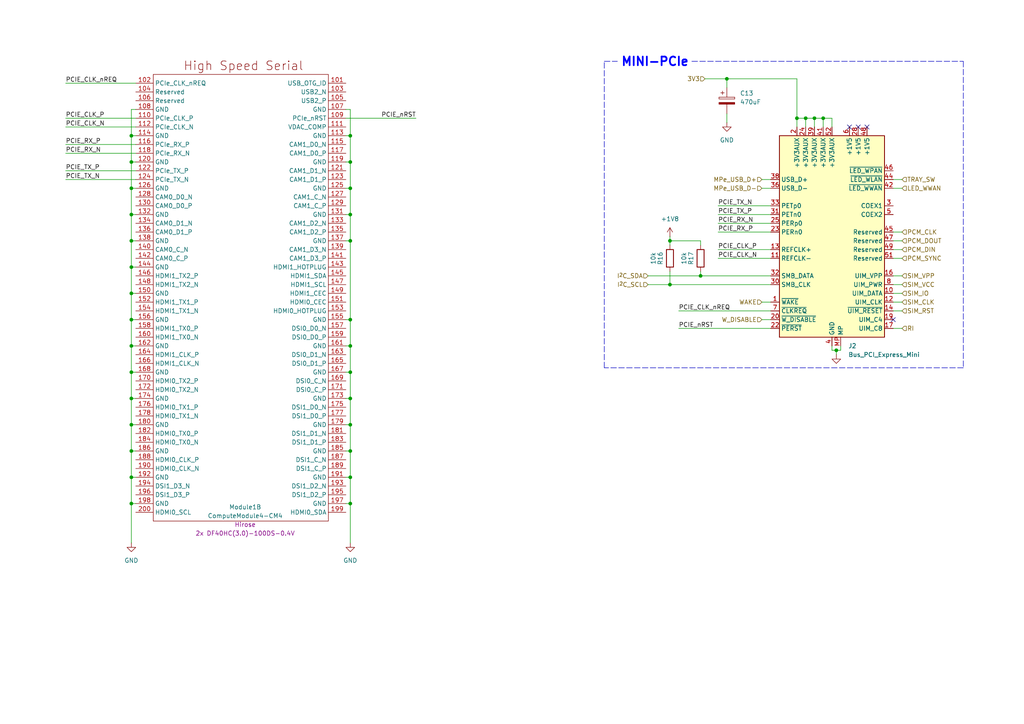
<source format=kicad_sch>
(kicad_sch (version 20231120) (generator "eeschema") (generator_version "8.0")
  (paper "A4")
  (title_block (title "High Speed Signals") (date "2024-10-31") (rev "Prototype v0") (company "xamuel.xyz"))
  (lib_symbols
    (symbol "Connector:Bus_PCI_Express_Mini"
      (property "Reference" "J" (at -16.51 31.75 0))
      (property "Value" "Bus_PCI_Express_Mini" (at 22.86 31.75 0))
      (symbol "Bus_PCI_Express_Mini_0_1"
        (rectangle (start -15.24 30.48) (end 15.24 -27.94) (stroke (width 0.254)) (fill (type background)))
      )
      (symbol "Bus_PCI_Express_Mini_1_1"
        (pin open_collector line (at -17.78 -17.78 0) (length 2.54) (name "~{WAKE}") (number "1"))
        (pin bidirectional line (at 17.78 -15.24 180) (length 2.54) (name "UIM_DATA") (number "10"))
        (pin input line (at -17.78 -5.08 0) (length 2.54) (name "REFCLK-") (number "11"))
        (pin output line (at 17.78 -17.78 180) (length 2.54) (name "UIM_CLK") (number "12"))
        (pin input line (at -17.78 -2.54 0) (length 2.54) (name "REFCLK+") (number "13"))
        (pin output line (at 17.78 -20.32 180) (length 2.54) (name "~{UIM_RESET}") (number "14"))
        (pin passive line (at 0 -30.48 90) (length 2.54) hide (name "GND") (number "15"))
        (pin power_out line (at 17.78 -10.16 180) (length 2.54) (name "UIM_VPP") (number "16"))
        (pin passive line (at 17.78 -25.4 180) (length 2.54) (name "UIM_C8") (number "17"))
        (pin passive line (at 0 -30.48 90) (length 2.54) hide (name "GND") (number "18"))
        (pin passive line (at 17.78 -22.86 180) (length 2.54) (name "UIM_C4") (number "19"))
        (pin power_in line (at -10.16 33.02 270) (length 2.54) (name "+3V3AUX") (number "2"))
        (pin input line (at -17.78 -22.86 0) (length 2.54) (name "~{W_DISABLE}") (number "20"))
        (pin passive line (at 0 -30.48 90) (length 2.54) hide (name "GND") (number "21"))
        (pin input line (at -17.78 -25.4 0) (length 2.54) (name "~{PERST}") (number "22"))
        (pin output line (at -17.78 2.54 0) (length 2.54) (name "PERn0") (number "23"))
        (pin power_in line (at -7.62 33.02 270) (length 2.54) (name "+3V3AUX") (number "24"))
        (pin output line (at -17.78 5.08 0) (length 2.54) (name "PERp0") (number "25"))
        (pin passive line (at 0 -30.48 90) (length 2.54) hide (name "GND") (number "26"))
        (pin passive line (at 0 -30.48 90) (length 2.54) hide (name "GND") (number "27"))
        (pin power_in line (at 7.62 33.02 270) (length 2.54) (name "+1V5") (number "28"))
        (pin passive line (at 0 -30.48 90) (length 2.54) hide (name "GND") (number "29"))
        (pin passive line (at 17.78 10.16 180) (length 2.54) (name "COEX1") (number "3"))
        (pin input line (at -17.78 -12.7 0) (length 2.54) (name "SMB_CLK") (number "30"))
        (pin input line (at -17.78 7.62 0) (length 2.54) (name "PETn0") (number "31"))
        (pin bidirectional line (at -17.78 -10.16 0) (length 2.54) (name "SMB_DATA") (number "32"))
        (pin input line (at -17.78 10.16 0) (length 2.54) (name "PETp0") (number "33"))
        (pin passive line (at 0 -30.48 90) (length 2.54) hide (name "GND") (number "34"))
        (pin passive line (at 0 -30.48 90) (length 2.54) hide (name "GND") (number "35"))
        (pin bidirectional line (at -17.78 15.24 0) (length 2.54) (name "USB_D-") (number "36"))
        (pin passive line (at 0 -30.48 90) (length 2.54) hide (name "GND") (number "37"))
        (pin bidirectional line (at -17.78 17.78 0) (length 2.54) (name "USB_D+") (number "38"))
        (pin power_in line (at -5.08 33.02 270) (length 2.54) (name "+3V3AUX") (number "39"))
        (pin power_in line (at 0 -30.48 90) (length 2.54) (name "GND") (number "4"))
        (pin passive line (at 0 -30.48 90) (length 2.54) hide (name "GND") (number "40"))
        (pin power_in line (at -2.54 33.02 270) (length 2.54) (name "+3V3AUX") (number "41"))
        (pin open_collector line (at 17.78 15.24 180) (length 2.54) (name "~{LED_WWAN}") (number "42"))
        (pin passive line (at 0 -30.48 90) (length 2.54) hide (name "GND") (number "43"))
        (pin open_collector line (at 17.78 17.78 180) (length 2.54) (name "~{LED_WLAN}") (number "44"))
        (pin passive line (at 17.78 2.54 180) (length 2.54) (name "Reserved") (number "45"))
        (pin open_collector line (at 17.78 20.32 180) (length 2.54) (name "~{LED_WPAN}") (number "46"))
        (pin passive line (at 17.78 0 180) (length 2.54) (name "Reserved") (number "47"))
        (pin power_in line (at 10.16 33.02 270) (length 2.54) (name "+1V5") (number "48"))
        (pin passive line (at 17.78 -2.54 180) (length 2.54) (name "Reserved") (number "49"))
        (pin passive line (at 17.78 7.62 180) (length 2.54) (name "COEX2") (number "5"))
        (pin passive line (at 0 -30.48 90) (length 2.54) hide (name "GND") (number "50"))
        (pin passive line (at 17.78 -5.08 180) (length 2.54) (name "Reserved") (number "51"))
        (pin power_in line (at 0 33.02 270) (length 2.54) (name "+3V3AUX") (number "52"))
        (pin power_in line (at 5.08 33.02 270) (length 2.54) (name "+1V5") (number "6"))
        (pin open_collector line (at -17.78 -20.32 0) (length 2.54) (name "~{CLKREQ}") (number "7"))
        (pin power_out line (at 17.78 -12.7 180) (length 2.54) (name "UIM_PWR") (number "8"))
        (pin passive line (at 0 -30.48 90) (length 2.54) hide (name "GND") (number "9"))
        (pin passive line (at 2.54 -30.48 90) (length 2.54) (name "MP") (number "MP"))
      )
    )
    (symbol "Device:C_Polarized" (pin_numbers hide) (pin_names (offset 0.254))
      (property "Reference" "C" (at 0.635 2.54 0))
      (property "Value" "C_Polarized" (at 0.635 -2.54 0))
      (symbol "C_Polarized_0_1"
        (rectangle (start -2.286 0.508) (end 2.286 1.016))
        (polyline (pts (xy -1.778 2.286) (xy -0.762 2.286)))
        (polyline (pts (xy -1.27 2.794) (xy -1.27 1.778)))
        (rectangle (start 2.286 -0.508) (end -2.286 -1.016) (fill (type outline)))
      )
      (symbol "C_Polarized_1_1"
        (pin passive line (at 0 3.81 270) (length 2.794) (name "~") (number "1"))
        (pin passive line (at 0 -3.81 90) (length 2.794) (name "~") (number "2"))
      )
    )
    (symbol "Device:R" (pin_numbers hide) (pin_names (offset 0))
      (property "Reference" "R" (at 2.032 0 90))
      (property "Value" "R" (at 0 0 90))
      (symbol "R_0_1"
        (rectangle (start -1.016 -2.54) (end 1.016 2.54) (stroke (width 0.254)))
      )
      (symbol "R_1_1"
        (pin passive line (at 0 3.81 270) (length 1.27) (name "~") (number "1"))
        (pin passive line (at 0 -3.81 90) (length 1.27) (name "~") (number "2"))
      )
    )
    (symbol "linuxpocket:ComputeModule4-CM4"
      (property "Reference" "Module" (at 113.03 -68.58 0))
      (property "Value" "ComputeModule4-CM4" (at 139.446 -70.104 0))
      (property "Field4" "Hirose" (at 139.954 -62.23 0))
      (property "Field5" "2x DF40HC(3.0)-100DS-0.4V" (at 139.954 -64.77 0))
      (symbol "ComputeModule4-CM4_1_0"
        (text "GPIO" (at -0.508 60.706 0) (effects (font (size 2.54 2.54))))
      )
      (symbol "ComputeModule4-CM4_1_1"
        (rectangle (start -30.48 -71.12) (end 25.4 58.42))
        (text "600mA Max" (at -8.89 -53.34 0) (effects (font (size 1.27 1.27))))
        (text "600mA Max" (at -8.89 -48.26 0) (effects (font (size 1.27 1.27))))
        (text "NB SD signals are only available" (at -1.27 -27.94 0) (effects (font (size 1.27 1.27))))
        (text "on modules without eMMC" (at -1.27 -30.48 0) (effects (font (size 1.27 1.27))))
        (pin power_in line (at 27.94 55.88 180) (length 2.54) (name "GND") (number "1"))
        (pin passive line (at -33.02 45.72 0) (length 2.54) (name "Ethernet_Pair0_N") (number "10"))
        (pin output line (at -33.02 -68.58 0) (length 2.54) (name "nEXTRST") (number "100"))
        (pin passive line (at 27.94 43.18 180) (length 2.54) (name "Ethernet_Pair2_P") (number "11"))
        (pin passive line (at -33.02 43.18 0) (length 2.54) (name "Ethernet_Pair0_P") (number "12"))
        (pin power_in line (at 27.94 40.64 180) (length 2.54) (name "GND") (number "13"))
        (pin power_in line (at -33.02 40.64 0) (length 2.54) (name "GND") (number "14"))
        (pin output line (at 27.94 38.1 180) (length 2.54) (name "Ethernet_nLED3(3.3v)") (number "15"))
        (pin input line (at -33.02 38.1 0) (length 2.54) (name "Ethernet_SYNC_IN(1.8v)") (number "16"))
        (pin output line (at 27.94 35.56 180) (length 2.54) (name "Ethernet_nLED2(3.3v)") (number "17"))
        (pin input line (at -33.02 35.56 0) (length 2.54) (name "Ethernet_SYNC_OUT(1.8v)") (number "18"))
        (pin output line (at 27.94 33.02 180) (length 2.54) (name "Ethernet_nLED1(3.3v)") (number "19"))
        (pin power_in line (at -33.02 55.88 0) (length 2.54) (name "GND") (number "2"))
        (pin passive line (at -33.02 33.02 0) (length 2.54) (name "EEPROM_nWP") (number "20"))
        (pin open_collector line (at 27.94 30.48 180) (length 2.54) (name "PI_nLED_Activity") (number "21"))
        (pin power_in line (at -33.02 30.48 0) (length 2.54) (name "GND") (number "22"))
        (pin power_in line (at 27.94 27.94 180) (length 2.54) (name "GND") (number "23"))
        (pin passive line (at -33.02 27.94 0) (length 2.54) (name "GPIO26") (number "24"))
        (pin passive line (at 27.94 25.4 180) (length 2.54) (name "GPIO21") (number "25"))
        (pin passive line (at -33.02 25.4 0) (length 2.54) (name "GPIO19") (number "26"))
        (pin passive line (at 27.94 22.86 180) (length 2.54) (name "GPIO20") (number "27"))
        (pin passive line (at -33.02 22.86 0) (length 2.54) (name "GPIO13") (number "28"))
        (pin passive line (at 27.94 20.32 180) (length 2.54) (name "GPIO16") (number "29"))
        (pin passive line (at 27.94 53.34 180) (length 2.54) (name "Ethernet_Pair3_P") (number "3"))
        (pin passive line (at -33.02 20.32 0) (length 2.54) (name "GPIO6") (number "30"))
        (pin passive line (at 27.94 17.78 180) (length 2.54) (name "GPIO12") (number "31"))
        (pin power_in line (at -33.02 17.78 0) (length 2.54) (name "GND") (number "32"))
        (pin power_in line (at 27.94 15.24 180) (length 2.54) (name "GND") (number "33"))
        (pin passive line (at -33.02 15.24 0) (length 2.54) (name "GPIO5") (number "34"))
        (pin passive line (at 27.94 12.7 180) (length 2.54) (name "ID_SC") (number "35"))
        (pin passive line (at -33.02 12.7 0) (length 2.54) (name "ID_SD") (number "36"))
        (pin passive line (at 27.94 10.16 180) (length 2.54) (name "GPIO7") (number "37"))
        (pin passive line (at -33.02 10.16 0) (length 2.54) (name "GPIO11") (number "38"))
        (pin passive line (at 27.94 7.62 180) (length 2.54) (name "GPIO8") (number "39"))
        (pin passive line (at -33.02 53.34 0) (length 2.54) (name "Ethernet_Pair1_P") (number "4"))
        (pin passive line (at -33.02 7.62 0) (length 2.54) (name "GPIO9") (number "40"))
        (pin passive line (at 27.94 5.08 180) (length 2.54) (name "GPIO25") (number "41"))
        (pin power_in line (at -33.02 5.08 0) (length 2.54) (name "GND") (number "42"))
        (pin power_in line (at 27.94 2.54 180) (length 2.54) (name "GND") (number "43"))
        (pin passive line (at -33.02 2.54 0) (length 2.54) (name "GPIO10") (number "44"))
        (pin passive line (at 27.94 0 180) (length 2.54) (name "GPIO24") (number "45"))
        (pin passive line (at -33.02 0 0) (length 2.54) (name "GPIO22") (number "46"))
        (pin passive line (at 27.94 -2.54 180) (length 2.54) (name "GPIO23") (number "47"))
        (pin passive line (at -33.02 -2.54 0) (length 2.54) (name "GPIO27") (number "48"))
        (pin passive line (at 27.94 -5.08 180) (length 2.54) (name "GPIO18") (number "49"))
        (pin passive line (at 27.94 50.8 180) (length 2.54) (name "Ethernet_Pair3_N") (number "5"))
        (pin passive line (at -33.02 -5.08 0) (length 2.54) (name "GPIO17") (number "50"))
        (pin passive line (at 27.94 -7.62 180) (length 2.54) (name "GPIO15") (number "51"))
        (pin power_in line (at -33.02 -7.62 0) (length 2.54) (name "GND") (number "52"))
        (pin power_in line (at 27.94 -10.16 180) (length 2.54) (name "GND") (number "53"))
        (pin passive line (at -33.02 -10.16 0) (length 2.54) (name "GPIO4") (number "54"))
        (pin passive line (at 27.94 -12.7 180) (length 2.54) (name "GPIO14") (number "55"))
        (pin passive line (at -33.02 -12.7 0) (length 2.54) (name "GPIO3") (number "56"))
        (pin passive line (at 27.94 -15.24 180) (length 2.54) (name "SD_CLK") (number "57"))
        (pin passive line (at -33.02 -15.24 0) (length 2.54) (name "GPIO2") (number "58"))
        (pin power_in line (at 27.94 -17.78 180) (length 2.54) (name "GND") (number "59"))
        (pin passive line (at -33.02 50.8 0) (length 2.54) (name "Ethernet_Pair1_N") (number "6"))
        (pin power_in line (at -33.02 -17.78 0) (length 2.54) (name "GND") (number "60"))
        (pin passive line (at 27.94 -20.32 180) (length 2.54) (name "SD_DAT3") (number "61"))
        (pin passive line (at -33.02 -20.32 0) (length 2.54) (name "SD_CMD") (number "62"))
        (pin passive line (at 27.94 -22.86 180) (length 2.54) (name "SD_DAT0") (number "63"))
        (pin passive line (at -33.02 -22.86 0) (length 2.54) (name "SD_DAT5") (number "64"))
        (pin power_in line (at 27.94 -25.4 180) (length 2.54) (name "GND") (number "65"))
        (pin power_in line (at -33.02 -25.4 0) (length 2.54) (name "GND") (number "66"))
        (pin passive line (at 27.94 -27.94 180) (length 2.54) (name "SD_DAT1") (number "67"))
        (pin passive line (at -33.02 -27.94 0) (length 2.54) (name "SD_DAT4") (number "68"))
        (pin passive line (at 27.94 -30.48 180) (length 2.54) (name "SD_DAT2") (number "69"))
        (pin power_in line (at 27.94 48.26 180) (length 2.54) (name "GND") (number "7"))
        (pin passive line (at -33.02 -30.48 0) (length 2.54) (name "SD_DAT7") (number "70"))
        (pin power_in line (at 27.94 -33.02 180) (length 2.54) (name "GND") (number "71"))
        (pin passive line (at -33.02 -33.02 0) (length 2.54) (name "SD_DAT6") (number "72"))
        (pin input line (at 27.94 -35.56 180) (length 2.54) (name "SD_VDD_Override") (number "73"))
        (pin power_in line (at -33.02 -35.56 0) (length 2.54) (name "GND") (number "74"))
        (pin output line (at 27.94 -38.1 180) (length 2.54) (name "SD_PWR_ON") (number "75"))
        (pin passive line (at -33.02 -38.1 0) (length 2.54) (name "Reserved") (number "76"))
        (pin power_in line (at 27.94 -40.64 180) (length 2.54) (name "+5v_(Input)") (number "77"))
        (pin power_in line (at -33.02 -40.64 0) (length 2.54) (name "GPIO_VREF(1.8v/3.3v_Input)") (number "78"))
        (pin power_in line (at 27.94 -43.18 180) (length 2.54) (name "+5v_(Input)") (number "79"))
        (pin power_in line (at -33.02 48.26 0) (length 2.54) (name "GND") (number "8"))
        (pin passive line (at -33.02 -43.18 0) (length 2.54) (name "SCL0") (number "80"))
        (pin power_in line (at 27.94 -45.72 180) (length 2.54) (name "+5v_(Input)") (number "81"))
        (pin passive line (at -33.02 -45.72 0) (length 2.54) (name "SDA0") (number "82"))
        (pin power_in line (at 27.94 -48.26 180) (length 2.54) (name "+5v_(Input)") (number "83"))
        (pin power_out line (at -33.02 -48.26 0) (length 2.54) (name "+3.3v_(Output)") (number "84"))
        (pin power_in line (at 27.94 -50.8 180) (length 2.54) (name "+5v_(Input)") (number "85"))
        (pin power_out line (at -33.02 -50.8 0) (length 2.54) (name "+3.3v_(Output)") (number "86"))
        (pin power_in line (at 27.94 -53.34 180) (length 2.54) (name "+5v_(Input)") (number "87"))
        (pin power_out line (at -33.02 -53.34 0) (length 2.54) (name "+1.8v_(Output)") (number "88"))
        (pin power_in line (at 27.94 -55.88 180) (length 2.54) (name "WiFi_nDisable") (number "89"))
        (pin passive line (at 27.94 45.72 180) (length 2.54) (name "Ethernet_Pair2_N") (number "9"))
        (pin power_out line (at -33.02 -55.88 0) (length 2.54) (name "+1.8v_(Output)") (number "90"))
        (pin power_in line (at 27.94 -58.42 180) (length 2.54) (name "BT_nDisable") (number "91"))
        (pin passive line (at -33.02 -58.42 0) (length 2.54) (name "RUN_PG") (number "92"))
        (pin input line (at 27.94 -60.96 180) (length 2.54) (name "nRPIBOOT") (number "93"))
        (pin passive line (at -33.02 -60.96 0) (length 2.54) (name "AnalogIP1") (number "94"))
        (pin output line (at 27.94 -63.5 180) (length 2.54) (name "nPI_LED_PWR") (number "95"))
        (pin passive line (at -33.02 -63.5 0) (length 2.54) (name "AnalogIP0") (number "96"))
        (pin passive line (at 27.94 -66.04 180) (length 2.54) (name "Camera_GPIO") (number "97"))
        (pin power_in line (at -33.02 -66.04 0) (length 2.54) (name "GND") (number "98"))
        (pin input line (at 27.94 -68.58 180) (length 2.54) (name "Global_EN") (number "99"))
      )
      (symbol "ComputeModule4-CM4_2_1"
        (rectangle (start 114.3 -66.04) (end 165.1 63.5))
        (text "High Speed Serial" (at 140.462 66.04 0) (effects (font (size 2.54 2.54))))
        (pin input line (at 170.18 60.96 180) (length 5.08) (name "USB_OTG_ID") (number "101"))
        (pin input line (at 109.22 60.96 0) (length 5.08) (name "PCIe_CLK_nREQ") (number "102"))
        (pin passive line (at 170.18 58.42 180) (length 5.08) (name "USB2_N") (number "103"))
        (pin passive line (at 109.22 58.42 0) (length 5.08) (name "Reserved") (number "104"))
        (pin passive line (at 170.18 55.88 180) (length 5.08) (name "USB2_P") (number "105"))
        (pin passive line (at 109.22 55.88 0) (length 5.08) (name "Reserved") (number "106"))
        (pin power_in line (at 170.18 53.34 180) (length 5.08) (name "GND") (number "107"))
        (pin power_in line (at 109.22 53.34 0) (length 5.08) (name "GND") (number "108"))
        (pin bidirectional line (at 170.18 50.8 180) (length 5.08) (name "PCIe_nRST") (number "109"))
        (pin output line (at 109.22 50.8 0) (length 5.08) (name "PCIe_CLK_P") (number "110"))
        (pin passive line (at 170.18 48.26 180) (length 5.08) (name "VDAC_COMP") (number "111"))
        (pin output line (at 109.22 48.26 0) (length 5.08) (name "PCIe_CLK_N") (number "112"))
        (pin power_in line (at 170.18 45.72 180) (length 5.08) (name "GND") (number "113"))
        (pin power_in line (at 109.22 45.72 0) (length 5.08) (name "GND") (number "114"))
        (pin input line (at 170.18 43.18 180) (length 5.08) (name "CAM1_D0_N") (number "115"))
        (pin input line (at 109.22 43.18 0) (length 5.08) (name "PCIe_RX_P") (number "116"))
        (pin input line (at 170.18 40.64 180) (length 5.08) (name "CAM1_D0_P") (number "117"))
        (pin input line (at 109.22 40.64 0) (length 5.08) (name "PCIe_RX_N") (number "118"))
        (pin power_in line (at 170.18 38.1 180) (length 5.08) (name "GND") (number "119"))
        (pin power_in line (at 109.22 38.1 0) (length 5.08) (name "GND") (number "120"))
        (pin input line (at 170.18 35.56 180) (length 5.08) (name "CAM1_D1_N") (number "121"))
        (pin output line (at 109.22 35.56 0) (length 5.08) (name "PCIe_TX_P") (number "122"))
        (pin input line (at 170.18 33.02 180) (length 5.08) (name "CAM1_D1_P") (number "123"))
        (pin output line (at 109.22 33.02 0) (length 5.08) (name "PCIe_TX_N") (number "124"))
        (pin power_in line (at 170.18 30.48 180) (length 5.08) (name "GND") (number "125"))
        (pin power_in line (at 109.22 30.48 0) (length 5.08) (name "GND") (number "126"))
        (pin input line (at 170.18 27.94 180) (length 5.08) (name "CAM1_C_N") (number "127"))
        (pin input line (at 109.22 27.94 0) (length 5.08) (name "CAM0_D0_N") (number "128"))
        (pin input line (at 170.18 25.4 180) (length 5.08) (name "CAM1_C_P") (number "129"))
        (pin input line (at 109.22 25.4 0) (length 5.08) (name "CAM0_D0_P") (number "130"))
        (pin power_in line (at 170.18 22.86 180) (length 5.08) (name "GND") (number "131"))
        (pin power_in line (at 109.22 22.86 0) (length 5.08) (name "GND") (number "132"))
        (pin input line (at 170.18 20.32 180) (length 5.08) (name "CAM1_D2_N") (number "133"))
        (pin input line (at 109.22 20.32 0) (length 5.08) (name "CAM0_D1_N") (number "134"))
        (pin input line (at 170.18 17.78 180) (length 5.08) (name "CAM1_D2_P") (number "135"))
        (pin input line (at 109.22 17.78 0) (length 5.08) (name "CAM0_D1_P") (number "136"))
        (pin power_in line (at 170.18 15.24 180) (length 5.08) (name "GND") (number "137"))
        (pin power_in line (at 109.22 15.24 0) (length 5.08) (name "GND") (number "138"))
        (pin input line (at 170.18 12.7 180) (length 5.08) (name "CAM1_D3_N") (number "139"))
        (pin input line (at 109.22 12.7 0) (length 5.08) (name "CAM0_C_N") (number "140"))
        (pin input line (at 170.18 10.16 180) (length 5.08) (name "CAM1_D3_P") (number "141"))
        (pin input line (at 109.22 10.16 0) (length 5.08) (name "CAM0_C_P") (number "142"))
        (pin input line (at 170.18 7.62 180) (length 5.08) (name "HDMI1_HOTPLUG") (number "143"))
        (pin power_in line (at 109.22 7.62 0) (length 5.08) (name "GND") (number "144"))
        (pin bidirectional line (at 170.18 5.08 180) (length 5.08) (name "HDMI1_SDA") (number "145"))
        (pin output line (at 109.22 5.08 0) (length 5.08) (name "HDMI1_TX2_P") (number "146"))
        (pin open_collector line (at 170.18 2.54 180) (length 5.08) (name "HDMI1_SCL") (number "147"))
        (pin output line (at 109.22 2.54 0) (length 5.08) (name "HDMI1_TX2_N") (number "148"))
        (pin open_collector line (at 170.18 0 180) (length 5.08) (name "HDMI1_CEC") (number "149"))
        (pin power_in line (at 109.22 0 0) (length 5.08) (name "GND") (number "150"))
        (pin open_collector line (at 170.18 -2.54 180) (length 5.08) (name "HDMI0_CEC") (number "151"))
        (pin output line (at 109.22 -2.54 0) (length 5.08) (name "HDMI1_TX1_P") (number "152"))
        (pin input line (at 170.18 -5.08 180) (length 5.08) (name "HDMI0_HOTPLUG") (number "153"))
        (pin output line (at 109.22 -5.08 0) (length 5.08) (name "HDMI1_TX1_N") (number "154"))
        (pin power_in line (at 170.18 -7.62 180) (length 5.08) (name "GND") (number "155"))
        (pin power_in line (at 109.22 -7.62 0) (length 5.08) (name "GND") (number "156"))
        (pin output line (at 170.18 -10.16 180) (length 5.08) (name "DSI0_D0_N") (number "157"))
        (pin output line (at 109.22 -10.16 0) (length 5.08) (name "HDMI1_TX0_P") (number "158"))
        (pin output line (at 170.18 -12.7 180) (length 5.08) (name "DSI0_D0_P") (number "159"))
        (pin output line (at 109.22 -12.7 0) (length 5.08) (name "HDMI1_TX0_N") (number "160"))
        (pin power_in line (at 170.18 -15.24 180) (length 5.08) (name "GND") (number "161"))
        (pin power_in line (at 109.22 -15.24 0) (length 5.08) (name "GND") (number "162"))
        (pin output line (at 170.18 -17.78 180) (length 5.08) (name "DSI0_D1_N") (number "163"))
        (pin output line (at 109.22 -17.78 0) (length 5.08) (name "HDMI1_CLK_P") (number "164"))
        (pin output line (at 170.18 -20.32 180) (length 5.08) (name "DSI0_D1_P") (number "165"))
        (pin output line (at 109.22 -20.32 0) (length 5.08) (name "HDMI1_CLK_N") (number "166"))
        (pin power_in line (at 170.18 -22.86 180) (length 5.08) (name "GND") (number "167"))
        (pin power_in line (at 109.22 -22.86 0) (length 5.08) (name "GND") (number "168"))
        (pin output line (at 170.18 -25.4 180) (length 5.08) (name "DSI0_C_N") (number "169"))
        (pin output line (at 109.22 -25.4 0) (length 5.08) (name "HDMI0_TX2_P") (number "170"))
        (pin output line (at 170.18 -27.94 180) (length 5.08) (name "DSI0_C_P") (number "171"))
        (pin output line (at 109.22 -27.94 0) (length 5.08) (name "HDMI0_TX2_N") (number "172"))
        (pin power_in line (at 170.18 -30.48 180) (length 5.08) (name "GND") (number "173"))
        (pin power_in line (at 109.22 -30.48 0) (length 5.08) (name "GND") (number "174"))
        (pin output line (at 170.18 -33.02 180) (length 5.08) (name "DSI1_D0_N") (number "175"))
        (pin output line (at 109.22 -33.02 0) (length 5.08) (name "HDMI0_TX1_P") (number "176"))
        (pin output line (at 170.18 -35.56 180) (length 5.08) (name "DSI1_D0_P") (number "177"))
        (pin output line (at 109.22 -35.56 0) (length 5.08) (name "HDMI0_TX1_N") (number "178"))
        (pin power_in line (at 170.18 -38.1 180) (length 5.08) (name "GND") (number "179"))
        (pin power_in line (at 109.22 -38.1 0) (length 5.08) (name "GND") (number "180"))
        (pin output line (at 170.18 -40.64 180) (length 5.08) (name "DSI1_D1_N") (number "181"))
        (pin output line (at 109.22 -40.64 0) (length 5.08) (name "HDMI0_TX0_P") (number "182"))
        (pin output line (at 170.18 -43.18 180) (length 5.08) (name "DSI1_D1_P") (number "183"))
        (pin output line (at 109.22 -43.18 0) (length 5.08) (name "HDMI0_TX0_N") (number "184"))
        (pin power_in line (at 170.18 -45.72 180) (length 5.08) (name "GND") (number "185"))
        (pin power_in line (at 109.22 -45.72 0) (length 5.08) (name "GND") (number "186"))
        (pin output line (at 170.18 -48.26 180) (length 5.08) (name "DSI1_C_N") (number "187"))
        (pin output line (at 109.22 -48.26 0) (length 5.08) (name "HDMI0_CLK_P") (number "188"))
        (pin output line (at 170.18 -50.8 180) (length 5.08) (name "DSI1_C_P") (number "189"))
        (pin output line (at 109.22 -50.8 0) (length 5.08) (name "HDMI0_CLK_N") (number "190"))
        (pin power_in line (at 170.18 -53.34 180) (length 5.08) (name "GND") (number "191"))
        (pin power_in line (at 109.22 -53.34 0) (length 5.08) (name "GND") (number "192"))
        (pin output line (at 170.18 -55.88 180) (length 5.08) (name "DSI1_D2_N") (number "193"))
        (pin output line (at 109.22 -55.88 0) (length 5.08) (name "DSI1_D3_N") (number "194"))
        (pin output line (at 170.18 -58.42 180) (length 5.08) (name "DSI1_D2_P") (number "195"))
        (pin output line (at 109.22 -58.42 0) (length 5.08) (name "DSI1_D3_P") (number "196"))
        (pin power_in line (at 170.18 -60.96 180) (length 5.08) (name "GND") (number "197"))
        (pin power_in line (at 109.22 -60.96 0) (length 5.08) (name "GND") (number "198"))
        (pin bidirectional line (at 170.18 -63.5 180) (length 5.08) (name "HDMI0_SDA") (number "199"))
        (pin open_collector line (at 109.22 -63.5 0) (length 5.08) (name "HDMI0_SCL") (number "200"))
      )
    )
    (symbol "power:+1V8" (power) (pin_numbers hide) (pin_names (offset 0) hide)
      (property "Value" "+1V8" (at 0 3.556 0))
      (symbol "+1V8_0_1"
        (polyline (pts (xy -0.762 1.27) (xy 0 2.54)))
        (polyline (pts (xy 0 0) (xy 0 2.54)))
        (polyline (pts (xy 0 2.54) (xy 0.762 1.27)))
      )
      (symbol "+1V8_1_1"
        (pin power_in line (at 0 0 90) (length 0) (name "~") (number "1"))
      )
    )
    (symbol "power:GND" (power) (pin_numbers hide) (pin_names (offset 0) hide)
      (property "Value" "GND" (at 0 -3.81 0))
      (symbol "GND_0_1"
        (polyline (pts (xy 0 0) (xy 0 -1.27) (xy 1.27 -1.27) (xy 0 -2.54) (xy -1.27 -1.27) (xy 0 -1.27)))
      )
      (symbol "GND_1_1"
        (pin power_in line (at 0 0 270) (length 0) (name "~") (number "1"))
      )
    )
  )
  (junction (at 231.14 34.29))
  (junction (at 101.6 46.99))
  (junction (at 38.1 92.71))
  (junction (at 203.2 80.01))
  (junction (at 242.57 101.6))
  (junction (at 101.6 123.19))
  (junction (at 233.68 34.29))
  (junction (at 210.82 22.86))
  (junction (at 38.1 146.05))
  (junction (at 238.76 34.29))
  (junction (at 38.1 100.33))
  (junction (at 236.22 34.29))
  (junction (at 101.6 107.95))
  (junction (at 38.1 62.23))
  (junction (at 101.6 54.61))
  (junction (at 101.6 62.23))
  (junction (at 101.6 138.43))
  (junction (at 38.1 77.47))
  (junction (at 38.1 107.95))
  (junction (at 38.1 115.57))
  (junction (at 194.31 69.85))
  (junction (at 38.1 39.37))
  (junction (at 101.6 115.57))
  (junction (at 101.6 39.37))
  (junction (at 38.1 130.81))
  (junction (at 38.1 69.85))
  (junction (at 101.6 130.81))
  (junction (at 38.1 138.43))
  (junction (at 101.6 100.33))
  (junction (at 101.6 92.71))
  (junction (at 38.1 46.99))
  (junction (at 38.1 123.19))
  (junction (at 194.31 82.55))
  (junction (at 38.1 54.61))
  (junction (at 101.6 146.05))
  (junction (at 38.1 85.09))
  (junction (at 101.6 69.85))
  (no_connect (at 246.38 36.83))
  (no_connect (at 259.08 92.71))
  (no_connect (at 248.92 36.83))
  (no_connect (at 251.46 36.83))
  (wire (pts (xy 261.62 80.01) (xy 259.08 80.01)))
  (wire (pts (xy 261.62 72.39) (xy 259.08 72.39)))
  (wire (pts (xy 101.6 39.37) (xy 101.6 46.99)))
  (wire (pts (xy 203.2 78.74) (xy 203.2 80.01)))
  (wire (pts (xy 194.31 82.55) (xy 223.52 82.55)))
  (wire (pts (xy 203.2 69.85) (xy 203.2 71.12)))
  (wire (pts (xy 101.6 100.33) (xy 100.33 100.33)))
  (wire (pts (xy 39.37 123.19) (xy 38.1 123.19)))
  (wire (pts (xy 19.05 36.83) (xy 39.37 36.83)))
  (polyline (pts (xy 175.26 17.78) (xy 179.07 17.78)) (stroke (width 0) (type dash)))
  (wire (pts (xy 261.62 85.09) (xy 259.08 85.09)))
  (wire (pts (xy 187.96 80.01) (xy 203.2 80.01)))
  (wire (pts (xy 243.84 101.6) (xy 243.84 100.33)))
  (wire (pts (xy 208.28 72.39) (xy 223.52 72.39)))
  (wire (pts (xy 38.1 39.37) (xy 39.37 39.37)))
  (wire (pts (xy 233.68 34.29) (xy 236.22 34.29)))
  (wire (pts (xy 208.28 59.69) (xy 223.52 59.69)))
  (wire (pts (xy 261.62 74.93) (xy 259.08 74.93)))
  (polyline (pts (xy 175.26 106.68) (xy 175.26 17.78)) (stroke (width 0) (type dash)))
  (wire (pts (xy 19.05 34.29) (xy 39.37 34.29)))
  (wire (pts (xy 100.33 31.75) (xy 101.6 31.75)))
  (wire (pts (xy 38.1 92.71) (xy 39.37 92.71)))
  (wire (pts (xy 38.1 39.37) (xy 38.1 46.99)))
  (wire (pts (xy 39.37 100.33) (xy 38.1 100.33)))
  (wire (pts (xy 39.37 85.09) (xy 38.1 85.09)))
  (wire (pts (xy 101.6 54.61) (xy 101.6 62.23)))
  (wire (pts (xy 101.6 123.19) (xy 100.33 123.19)))
  (wire (pts (xy 39.37 46.99) (xy 38.1 46.99)))
  (wire (pts (xy 238.76 34.29) (xy 241.3 34.29)))
  (wire (pts (xy 101.6 138.43) (xy 100.33 138.43)))
  (wire (pts (xy 241.3 100.33) (xy 241.3 101.6)))
  (wire (pts (xy 220.98 87.63) (xy 223.52 87.63)))
  (wire (pts (xy 242.57 101.6) (xy 243.84 101.6)))
  (wire (pts (xy 261.62 67.31) (xy 259.08 67.31)))
  (wire (pts (xy 204.47 22.86) (xy 210.82 22.86)))
  (wire (pts (xy 242.57 101.6) (xy 242.57 102.87)))
  (wire (pts (xy 38.1 62.23) (xy 38.1 69.85)))
  (wire (pts (xy 38.1 31.75) (xy 38.1 39.37)))
  (wire (pts (xy 101.6 123.19) (xy 101.6 130.81)))
  (wire (pts (xy 194.31 68.58) (xy 194.31 69.85)))
  (wire (pts (xy 19.05 44.45) (xy 39.37 44.45)))
  (wire (pts (xy 39.37 138.43) (xy 38.1 138.43)))
  (wire (pts (xy 236.22 34.29) (xy 236.22 36.83)))
  (wire (pts (xy 101.6 115.57) (xy 101.6 123.19)))
  (wire (pts (xy 187.96 82.55) (xy 194.31 82.55)))
  (wire (pts (xy 261.62 82.55) (xy 259.08 82.55)))
  (wire (pts (xy 208.28 67.31) (xy 223.52 67.31)))
  (wire (pts (xy 210.82 22.86) (xy 231.14 22.86)))
  (wire (pts (xy 39.37 115.57) (xy 38.1 115.57)))
  (wire (pts (xy 210.82 25.4) (xy 210.82 22.86)))
  (wire (pts (xy 101.6 130.81) (xy 100.33 130.81)))
  (wire (pts (xy 203.2 80.01) (xy 223.52 80.01)))
  (wire (pts (xy 38.1 123.19) (xy 38.1 115.57)))
  (wire (pts (xy 101.6 69.85) (xy 101.6 92.71)))
  (wire (pts (xy 39.37 146.05) (xy 38.1 146.05)))
  (wire (pts (xy 38.1 85.09) (xy 38.1 92.71)))
  (wire (pts (xy 120.65 34.29) (xy 100.33 34.29)))
  (wire (pts (xy 236.22 34.29) (xy 238.76 34.29)))
  (wire (pts (xy 231.14 36.83) (xy 231.14 34.29)))
  (wire (pts (xy 39.37 31.75) (xy 38.1 31.75)))
  (wire (pts (xy 101.6 69.85) (xy 100.33 69.85)))
  (wire (pts (xy 231.14 34.29) (xy 231.14 22.86)))
  (wire (pts (xy 194.31 78.74) (xy 194.31 82.55)))
  (wire (pts (xy 101.6 146.05) (xy 100.33 146.05)))
  (wire (pts (xy 38.1 146.05) (xy 38.1 157.48)))
  (wire (pts (xy 231.14 34.29) (xy 233.68 34.29)))
  (wire (pts (xy 196.85 90.17) (xy 223.52 90.17)))
  (wire (pts (xy 101.6 39.37) (xy 100.33 39.37)))
  (wire (pts (xy 101.6 92.71) (xy 100.33 92.71)))
  (wire (pts (xy 101.6 115.57) (xy 100.33 115.57)))
  (wire (pts (xy 241.3 34.29) (xy 241.3 36.83)))
  (wire (pts (xy 38.1 115.57) (xy 38.1 107.95)))
  (wire (pts (xy 101.6 31.75) (xy 101.6 39.37)))
  (wire (pts (xy 38.1 77.47) (xy 39.37 77.47)))
  (wire (pts (xy 101.6 107.95) (xy 100.33 107.95)))
  (wire (pts (xy 220.98 52.07) (xy 223.52 52.07)))
  (wire (pts (xy 241.3 101.6) (xy 242.57 101.6)))
  (wire (pts (xy 19.05 49.53) (xy 39.37 49.53)))
  (wire (pts (xy 238.76 34.29) (xy 238.76 36.83)))
  (wire (pts (xy 101.6 62.23) (xy 100.33 62.23)))
  (wire (pts (xy 220.98 92.71) (xy 223.52 92.71)))
  (wire (pts (xy 101.6 54.61) (xy 100.33 54.61)))
  (wire (pts (xy 38.1 69.85) (xy 38.1 77.47)))
  (wire (pts (xy 210.82 35.56) (xy 210.82 33.02)))
  (wire (pts (xy 261.62 90.17) (xy 259.08 90.17)))
  (wire (pts (xy 101.6 138.43) (xy 101.6 146.05)))
  (wire (pts (xy 208.28 62.23) (xy 223.52 62.23)))
  (wire (pts (xy 19.05 41.91) (xy 39.37 41.91)))
  (wire (pts (xy 101.6 130.81) (xy 101.6 138.43)))
  (wire (pts (xy 38.1 107.95) (xy 39.37 107.95)))
  (wire (pts (xy 101.6 46.99) (xy 100.33 46.99)))
  (wire (pts (xy 38.1 62.23) (xy 39.37 62.23)))
  (wire (pts (xy 38.1 130.81) (xy 38.1 123.19)))
  (wire (pts (xy 101.6 100.33) (xy 101.6 107.95)))
  (polyline (pts (xy 200.66 17.78) (xy 279.4 17.78)) (stroke (width 0) (type dash)))
  (wire (pts (xy 38.1 77.47) (xy 38.1 85.09)))
  (wire (pts (xy 39.37 69.85) (xy 38.1 69.85)))
  (wire (pts (xy 38.1 138.43) (xy 38.1 146.05)))
  (wire (pts (xy 261.62 69.85) (xy 259.08 69.85)))
  (wire (pts (xy 220.98 54.61) (xy 223.52 54.61)))
  (wire (pts (xy 101.6 92.71) (xy 101.6 100.33)))
  (wire (pts (xy 39.37 54.61) (xy 38.1 54.61)))
  (wire (pts (xy 101.6 107.95) (xy 101.6 115.57)))
  (polyline (pts (xy 279.4 17.78) (xy 279.4 106.68)) (stroke (width 0) (type dash)))
  (wire (pts (xy 196.85 95.25) (xy 223.52 95.25)))
  (wire (pts (xy 208.28 74.93) (xy 223.52 74.93)))
  (wire (pts (xy 38.1 138.43) (xy 38.1 130.81)))
  (wire (pts (xy 38.1 100.33) (xy 38.1 107.95)))
  (wire (pts (xy 101.6 146.05) (xy 101.6 157.48)))
  (wire (pts (xy 19.05 24.13) (xy 39.37 24.13)))
  (wire (pts (xy 19.05 52.07) (xy 39.37 52.07)))
  (wire (pts (xy 261.62 54.61) (xy 259.08 54.61)))
  (wire (pts (xy 261.62 95.25) (xy 259.08 95.25)))
  (wire (pts (xy 233.68 34.29) (xy 233.68 36.83)))
  (wire (pts (xy 261.62 87.63) (xy 259.08 87.63)))
  (wire (pts (xy 194.31 71.12) (xy 194.31 69.85)))
  (wire (pts (xy 38.1 92.71) (xy 38.1 100.33)))
  (wire (pts (xy 261.62 52.07) (xy 259.08 52.07)))
  (wire (pts (xy 101.6 62.23) (xy 101.6 69.85)))
  (wire (pts (xy 194.31 69.85) (xy 203.2 69.85)))
  (wire (pts (xy 38.1 54.61) (xy 38.1 62.23)))
  (wire (pts (xy 101.6 46.99) (xy 101.6 54.61)))
  (wire (pts (xy 38.1 46.99) (xy 38.1 54.61)))
  (wire (pts (xy 208.28 64.77) (xy 223.52 64.77)))
  (wire (pts (xy 39.37 130.81) (xy 38.1 130.81)))
  (polyline (pts (xy 279.4 106.68) (xy 175.26 106.68)) (stroke (width 0) (type dash)))
  (text "MINI-PCIe" (at 189.992 18.034 0) (effects (font (size 2.5 2.5) (thickness 0.5) (bold yes))))
  (label "PCIE_TX_N" (at 19.05 52.07 0))
  (label "PCIE_TX_N" (at 208.28 59.69 0))
  (label "PCIE_CLK_nREQ" (at 196.85 90.17 0))
  (label "PCIE_CLK_P" (at 208.28 72.39 0))
  (label "PCIE_TX_P" (at 208.28 62.23 0))
  (label "PCIE_nRST" (at 120.65 34.29 180))
  (label "PCIE_CLK_N" (at 208.28 74.93 0))
  (label "PCIE_RX_P" (at 19.05 41.91 0))
  (label "PCIE_TX_P" (at 19.05 49.53 0))
  (label "PCIE_nRST" (at 196.85 95.25 0))
  (label "PCIE_RX_N" (at 19.05 44.45 0))
  (label "PCIE_CLK_P" (at 19.05 34.29 0))
  (label "PCIE_RX_P" (at 208.28 67.31 0))
  (label "PCIE_CLK_N" (at 19.05 36.83 0))
  (label "PCIE_RX_N" (at 208.28 64.77 0))
  (label "PCIE_CLK_nREQ" (at 19.05 24.13 0))
  (hierarchical_label "I^{2}C_SCL" (shape input) (at 187.96 82.55 180))
  (hierarchical_label "PCM_DIN" (shape input) (at 261.62 72.39 0))
  (hierarchical_label "TRAY_SW" (shape input) (at 261.62 52.07 0))
  (hierarchical_label "LED_WWAN" (shape input) (at 261.62 54.61 0))
  (hierarchical_label "MPe_USB_D-" (shape input) (at 220.98 54.61 180))
  (hierarchical_label "I^{2}C_SDA" (shape input) (at 187.96 80.01 180))
  (hierarchical_label "SIM_VCC" (shape input) (at 261.62 82.55 0))
  (hierarchical_label "SIM_CLK" (shape input) (at 261.62 87.63 0))
  (hierarchical_label "PCM_DOUT" (shape input) (at 261.62 69.85 0))
  (hierarchical_label "SIM_IO" (shape input) (at 261.62 85.09 0))
  (hierarchical_label "W_DISABLE" (shape input) (at 220.98 92.71 180))
  (hierarchical_label "SIM_VPP" (shape input) (at 261.62 80.01 0))
  (hierarchical_label "WAKE" (shape input) (at 220.98 87.63 180))
  (hierarchical_label "SIM_RST" (shape input) (at 261.62 90.17 0))
  (hierarchical_label "PCM_SYNC" (shape input) (at 261.62 74.93 0))
  (hierarchical_label "3V3" (shape input) (at 204.47 22.86 180))
  (hierarchical_label "RI" (shape input) (at 261.62 95.25 0))
  (hierarchical_label "PCM_CLK" (shape input) (at 261.62 67.31 0))
  (hierarchical_label "MPe_USB_D+" (shape input) (at 220.98 52.07 180))
  (symbol (lib_id "power:GND") (at 242.57 102.87 0) (unit 1)
    (property "Reference" "#PWR027" (effects (hide yes)))
    (property "Value" "GND" (effects (hide yes)))
    (property "Description" "Power symbol creates a global label with name \"GND\" , ground" (effects (hide yes)))
  )
  (symbol (lib_id "power:GND") (at 210.82 35.56 0) (unit 1)
    (property "Reference" "#PWR025" (effects (hide yes)))
    (property "Value" "GND" (at 210.82 40.64 0))
    (property "Description" "Power symbol creates a global label with name \"GND\" , ground" (effects (hide yes)))
  )
  (symbol (lib_id "power:GND") (at 101.6 157.48 0) (unit 1)
    (property "Reference" "#PWR029" (effects (hide yes)))
    (property "Value" "GND" (at 101.6 162.56 0))
    (property "Description" "Power symbol creates a global label with name \"GND\" , ground" (effects (hide yes)))
  )
  (symbol (lib_id "power:GND") (at 38.1 157.48 0) (unit 1)
    (property "Reference" "#PWR028" (effects (hide yes)))
    (property "Value" "GND" (at 38.1 162.56 0))
    (property "Description" "Power symbol creates a global label with name \"GND\" , ground" (effects (hide yes)))
  )
  (symbol (lib_id "linuxpocket:ComputeModule4-CM4") (at -69.85 85.09 0) (unit 2)
    (property "Reference" "Module1" (at 71.12 147.066 0))
    (property "Value" "ComputeModule4-CM4" (at 71.12 149.606 0))
    (property "Footprint" "linuxpocket:Raspberry-Pi-4-Compute-Module" (effects (hide yes)))
    (property "Datasheet" "https://www.lcsc.com/datasheet/lcsc_datasheet_2304140030_HRS-Hirose-DF40HC-3-0-100DS-0-4V-51_C424649.pdf" (effects (hide yes)))
    (property "LCSC" "C424649" (effects (hide yes)))
    (property "Field4" "Hirose" (at 71.12 152.146 0))
    (property "Field5" "2x DF40HC(3.0)-100DS-0.4V" (at 71.12 154.686 0))
  )
  (symbol (lib_id "Connector:Bus_PCI_Express_Mini") (at 241.3 69.85 0) (unit 1)
    (property "Reference" "J2" (at 246.0341 100.33 0) (effects (justify left)))
    (property "Value" "Bus_PCI_Express_Mini" (at 246.0341 102.87 0) (effects (justify left)))
    (property "Description" "Mini-PCI Express bus connector" (effects (hide yes)))
  )
  (symbol (lib_id "Device:R") (at 194.31 74.93 0) (unit 1)
    (property "Reference" "R16" (at 191.516 74.93 90))
    (property "Value" "10k" (at 189.484 74.93 90))
    (property "Description" "Resistor" (effects (hide yes)))
  )
  (symbol (lib_id "Device:C_Polarized") (at 210.82 29.21 0) (unit 1)
    (property "Reference" "C13" (at 214.63 27.0509 0) (effects (justify left)))
    (property "Value" "470uF" (at 214.63 29.5909 0) (effects (justify left)))
    (property "Description" "Polarized capacitor" (effects (hide yes)))
  )
  (symbol (lib_id "Device:R") (at 203.2 74.93 0) (unit 1)
    (property "Reference" "R17" (at 200.406 74.93 90))
    (property "Value" "10k" (at 198.374 74.93 90))
    (property "Description" "Resistor" (effects (hide yes)))
  )
  (symbol (lib_id "power:+1V8") (at 194.31 68.58 0) (unit 1)
    (property "Reference" "#PWR024" (effects (hide yes)))
    (property "Value" "+1V8" (at 194.31 63.5 0))
    (property "Description" "Power symbol creates a global label with name \"+1V8\"" (effects (hide yes)))
  )
)
</source>
